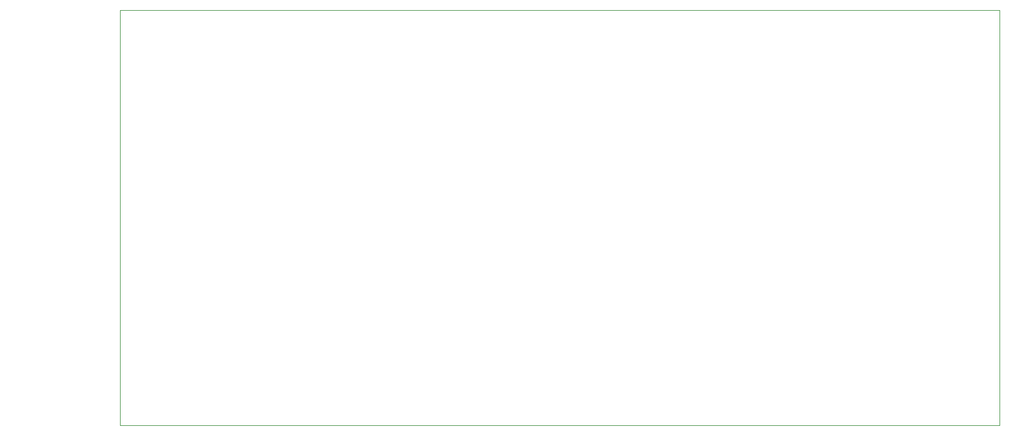
<source format=gbr>
%TF.GenerationSoftware,Altium Limited,Altium Designer,19.1.8 (144)*%
G04 Layer_Color=0*
%FSLAX26Y26*%
%MOIN*%
%TF.FileFunction,Profile,NP*%
%TF.Part,Single*%
G01*
G75*
%TA.AperFunction,Profile*%
%ADD57C,0.001000*%
G36*
X-535000Y1385000D02*
D01*
D02*
G37*
D57*
X0Y0D02*
X4910000D01*
Y2320000D01*
X0D01*
Y0D01*
%TF.MD5,45e2fbd1b5771384673804dd2d40a33c*%
M02*

</source>
